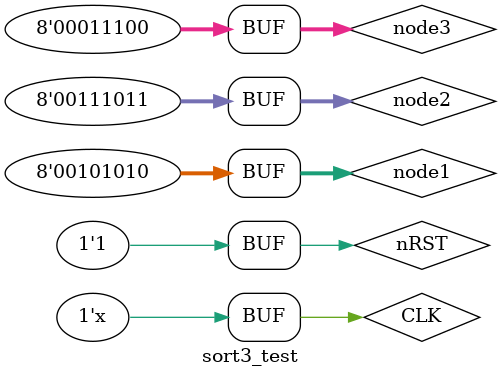
<source format=v>
`timescale 1ns / 1ps


module sort3_test;

	// Inputs
	reg CLK;
	reg nRST;
	reg [7:0] node1;
	reg [7:0] node2;
	reg [7:0] node3;

	// Outputs
	wire [7:0] new1;
	wire [7:0] new2;
	wire [7:0] new3;

	// Instantiate the Unit Under Test (UUT)
	sort3 uut (
		.CLK(CLK), 
		.nRST(nRST), 
		.node1(node1), 
		.node2(node2), 
		.node3(node3), 
		.new1(new1), 
		.new2(new2), 
		.new3(new3)
	);

	initial begin
		// Initialize Inputs
		CLK = 0;
		nRST = 0;
		node1 = 8'b0010_1010;
		node2 = 8'b0011_1011;
		node3 = 8'b0001_1100;

		// Wait 100 ns for global reset to finish
		#100;
        nRST = 1;
		// Add stimulus here

	end
	parameter DALAY = 3;
	always 
      # DALAY CLK = ~ CLK;
endmodule


</source>
